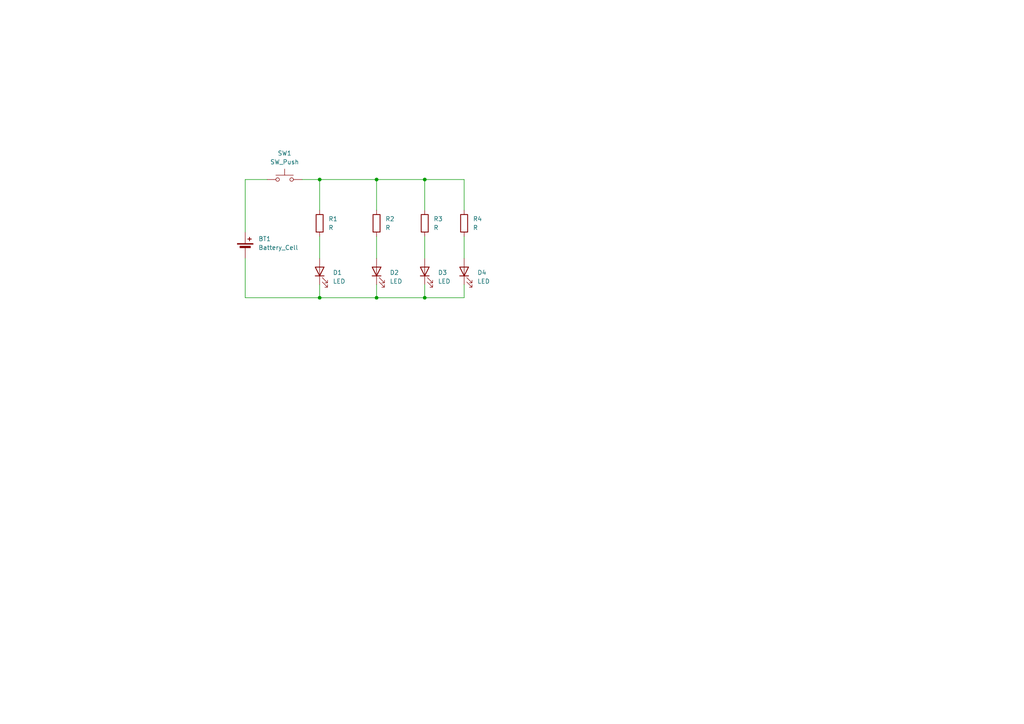
<source format=kicad_sch>
(kicad_sch
	(version 20250114)
	(generator "eeschema")
	(generator_version "9.0")
	(uuid "892289d4-b66b-4d48-a29d-692cb9c648ed")
	(paper "A4")
	(lib_symbols
		(symbol "Device:Battery_Cell"
			(pin_numbers
				(hide yes)
			)
			(pin_names
				(offset 0)
				(hide yes)
			)
			(exclude_from_sim no)
			(in_bom yes)
			(on_board yes)
			(property "Reference" "BT"
				(at 2.54 2.54 0)
				(effects
					(font
						(size 1.27 1.27)
					)
					(justify left)
				)
			)
			(property "Value" "Battery_Cell"
				(at 2.54 0 0)
				(effects
					(font
						(size 1.27 1.27)
					)
					(justify left)
				)
			)
			(property "Footprint" ""
				(at 0 1.524 90)
				(effects
					(font
						(size 1.27 1.27)
					)
					(hide yes)
				)
			)
			(property "Datasheet" "~"
				(at 0 1.524 90)
				(effects
					(font
						(size 1.27 1.27)
					)
					(hide yes)
				)
			)
			(property "Description" "Single-cell battery"
				(at 0 0 0)
				(effects
					(font
						(size 1.27 1.27)
					)
					(hide yes)
				)
			)
			(property "ki_keywords" "battery cell"
				(at 0 0 0)
				(effects
					(font
						(size 1.27 1.27)
					)
					(hide yes)
				)
			)
			(symbol "Battery_Cell_0_1"
				(rectangle
					(start -2.286 1.778)
					(end 2.286 1.524)
					(stroke
						(width 0)
						(type default)
					)
					(fill
						(type outline)
					)
				)
				(rectangle
					(start -1.524 1.016)
					(end 1.524 0.508)
					(stroke
						(width 0)
						(type default)
					)
					(fill
						(type outline)
					)
				)
				(polyline
					(pts
						(xy 0 1.778) (xy 0 2.54)
					)
					(stroke
						(width 0)
						(type default)
					)
					(fill
						(type none)
					)
				)
				(polyline
					(pts
						(xy 0 0.762) (xy 0 0)
					)
					(stroke
						(width 0)
						(type default)
					)
					(fill
						(type none)
					)
				)
				(polyline
					(pts
						(xy 0.762 3.048) (xy 1.778 3.048)
					)
					(stroke
						(width 0.254)
						(type default)
					)
					(fill
						(type none)
					)
				)
				(polyline
					(pts
						(xy 1.27 3.556) (xy 1.27 2.54)
					)
					(stroke
						(width 0.254)
						(type default)
					)
					(fill
						(type none)
					)
				)
			)
			(symbol "Battery_Cell_1_1"
				(pin passive line
					(at 0 5.08 270)
					(length 2.54)
					(name "+"
						(effects
							(font
								(size 1.27 1.27)
							)
						)
					)
					(number "1"
						(effects
							(font
								(size 1.27 1.27)
							)
						)
					)
				)
				(pin passive line
					(at 0 -2.54 90)
					(length 2.54)
					(name "-"
						(effects
							(font
								(size 1.27 1.27)
							)
						)
					)
					(number "2"
						(effects
							(font
								(size 1.27 1.27)
							)
						)
					)
				)
			)
			(embedded_fonts no)
		)
		(symbol "Device:LED"
			(pin_numbers
				(hide yes)
			)
			(pin_names
				(offset 1.016)
				(hide yes)
			)
			(exclude_from_sim no)
			(in_bom yes)
			(on_board yes)
			(property "Reference" "D"
				(at 0 2.54 0)
				(effects
					(font
						(size 1.27 1.27)
					)
				)
			)
			(property "Value" "LED"
				(at 0 -2.54 0)
				(effects
					(font
						(size 1.27 1.27)
					)
				)
			)
			(property "Footprint" ""
				(at 0 0 0)
				(effects
					(font
						(size 1.27 1.27)
					)
					(hide yes)
				)
			)
			(property "Datasheet" "~"
				(at 0 0 0)
				(effects
					(font
						(size 1.27 1.27)
					)
					(hide yes)
				)
			)
			(property "Description" "Light emitting diode"
				(at 0 0 0)
				(effects
					(font
						(size 1.27 1.27)
					)
					(hide yes)
				)
			)
			(property "Sim.Pins" "1=K 2=A"
				(at 0 0 0)
				(effects
					(font
						(size 1.27 1.27)
					)
					(hide yes)
				)
			)
			(property "ki_keywords" "LED diode"
				(at 0 0 0)
				(effects
					(font
						(size 1.27 1.27)
					)
					(hide yes)
				)
			)
			(property "ki_fp_filters" "LED* LED_SMD:* LED_THT:*"
				(at 0 0 0)
				(effects
					(font
						(size 1.27 1.27)
					)
					(hide yes)
				)
			)
			(symbol "LED_0_1"
				(polyline
					(pts
						(xy -3.048 -0.762) (xy -4.572 -2.286) (xy -3.81 -2.286) (xy -4.572 -2.286) (xy -4.572 -1.524)
					)
					(stroke
						(width 0)
						(type default)
					)
					(fill
						(type none)
					)
				)
				(polyline
					(pts
						(xy -1.778 -0.762) (xy -3.302 -2.286) (xy -2.54 -2.286) (xy -3.302 -2.286) (xy -3.302 -1.524)
					)
					(stroke
						(width 0)
						(type default)
					)
					(fill
						(type none)
					)
				)
				(polyline
					(pts
						(xy -1.27 0) (xy 1.27 0)
					)
					(stroke
						(width 0)
						(type default)
					)
					(fill
						(type none)
					)
				)
				(polyline
					(pts
						(xy -1.27 -1.27) (xy -1.27 1.27)
					)
					(stroke
						(width 0.254)
						(type default)
					)
					(fill
						(type none)
					)
				)
				(polyline
					(pts
						(xy 1.27 -1.27) (xy 1.27 1.27) (xy -1.27 0) (xy 1.27 -1.27)
					)
					(stroke
						(width 0.254)
						(type default)
					)
					(fill
						(type none)
					)
				)
			)
			(symbol "LED_1_1"
				(pin passive line
					(at -3.81 0 0)
					(length 2.54)
					(name "K"
						(effects
							(font
								(size 1.27 1.27)
							)
						)
					)
					(number "1"
						(effects
							(font
								(size 1.27 1.27)
							)
						)
					)
				)
				(pin passive line
					(at 3.81 0 180)
					(length 2.54)
					(name "A"
						(effects
							(font
								(size 1.27 1.27)
							)
						)
					)
					(number "2"
						(effects
							(font
								(size 1.27 1.27)
							)
						)
					)
				)
			)
			(embedded_fonts no)
		)
		(symbol "Device:R"
			(pin_numbers
				(hide yes)
			)
			(pin_names
				(offset 0)
			)
			(exclude_from_sim no)
			(in_bom yes)
			(on_board yes)
			(property "Reference" "R"
				(at 2.032 0 90)
				(effects
					(font
						(size 1.27 1.27)
					)
				)
			)
			(property "Value" "R"
				(at 0 0 90)
				(effects
					(font
						(size 1.27 1.27)
					)
				)
			)
			(property "Footprint" ""
				(at -1.778 0 90)
				(effects
					(font
						(size 1.27 1.27)
					)
					(hide yes)
				)
			)
			(property "Datasheet" "~"
				(at 0 0 0)
				(effects
					(font
						(size 1.27 1.27)
					)
					(hide yes)
				)
			)
			(property "Description" "Resistor"
				(at 0 0 0)
				(effects
					(font
						(size 1.27 1.27)
					)
					(hide yes)
				)
			)
			(property "ki_keywords" "R res resistor"
				(at 0 0 0)
				(effects
					(font
						(size 1.27 1.27)
					)
					(hide yes)
				)
			)
			(property "ki_fp_filters" "R_*"
				(at 0 0 0)
				(effects
					(font
						(size 1.27 1.27)
					)
					(hide yes)
				)
			)
			(symbol "R_0_1"
				(rectangle
					(start -1.016 -2.54)
					(end 1.016 2.54)
					(stroke
						(width 0.254)
						(type default)
					)
					(fill
						(type none)
					)
				)
			)
			(symbol "R_1_1"
				(pin passive line
					(at 0 3.81 270)
					(length 1.27)
					(name "~"
						(effects
							(font
								(size 1.27 1.27)
							)
						)
					)
					(number "1"
						(effects
							(font
								(size 1.27 1.27)
							)
						)
					)
				)
				(pin passive line
					(at 0 -3.81 90)
					(length 1.27)
					(name "~"
						(effects
							(font
								(size 1.27 1.27)
							)
						)
					)
					(number "2"
						(effects
							(font
								(size 1.27 1.27)
							)
						)
					)
				)
			)
			(embedded_fonts no)
		)
		(symbol "Switch:SW_Push"
			(pin_numbers
				(hide yes)
			)
			(pin_names
				(offset 1.016)
				(hide yes)
			)
			(exclude_from_sim no)
			(in_bom yes)
			(on_board yes)
			(property "Reference" "SW"
				(at 1.27 2.54 0)
				(effects
					(font
						(size 1.27 1.27)
					)
					(justify left)
				)
			)
			(property "Value" "SW_Push"
				(at 0 -1.524 0)
				(effects
					(font
						(size 1.27 1.27)
					)
				)
			)
			(property "Footprint" ""
				(at 0 5.08 0)
				(effects
					(font
						(size 1.27 1.27)
					)
					(hide yes)
				)
			)
			(property "Datasheet" "~"
				(at 0 5.08 0)
				(effects
					(font
						(size 1.27 1.27)
					)
					(hide yes)
				)
			)
			(property "Description" "Push button switch, generic, two pins"
				(at 0 0 0)
				(effects
					(font
						(size 1.27 1.27)
					)
					(hide yes)
				)
			)
			(property "ki_keywords" "switch normally-open pushbutton push-button"
				(at 0 0 0)
				(effects
					(font
						(size 1.27 1.27)
					)
					(hide yes)
				)
			)
			(symbol "SW_Push_0_1"
				(circle
					(center -2.032 0)
					(radius 0.508)
					(stroke
						(width 0)
						(type default)
					)
					(fill
						(type none)
					)
				)
				(polyline
					(pts
						(xy 0 1.27) (xy 0 3.048)
					)
					(stroke
						(width 0)
						(type default)
					)
					(fill
						(type none)
					)
				)
				(circle
					(center 2.032 0)
					(radius 0.508)
					(stroke
						(width 0)
						(type default)
					)
					(fill
						(type none)
					)
				)
				(polyline
					(pts
						(xy 2.54 1.27) (xy -2.54 1.27)
					)
					(stroke
						(width 0)
						(type default)
					)
					(fill
						(type none)
					)
				)
				(pin passive line
					(at -5.08 0 0)
					(length 2.54)
					(name "1"
						(effects
							(font
								(size 1.27 1.27)
							)
						)
					)
					(number "1"
						(effects
							(font
								(size 1.27 1.27)
							)
						)
					)
				)
				(pin passive line
					(at 5.08 0 180)
					(length 2.54)
					(name "2"
						(effects
							(font
								(size 1.27 1.27)
							)
						)
					)
					(number "2"
						(effects
							(font
								(size 1.27 1.27)
							)
						)
					)
				)
			)
			(embedded_fonts no)
		)
	)
	(junction
		(at 92.71 86.36)
		(diameter 0)
		(color 0 0 0 0)
		(uuid "38c08482-e6d6-4161-8f76-29f791b47479")
	)
	(junction
		(at 109.22 86.36)
		(diameter 0)
		(color 0 0 0 0)
		(uuid "40c0a683-e87f-4454-bb67-9896547b7b28")
	)
	(junction
		(at 92.71 52.07)
		(diameter 0)
		(color 0 0 0 0)
		(uuid "6d00fe5b-9581-493b-afdb-9380730e8f63")
	)
	(junction
		(at 109.22 52.07)
		(diameter 0)
		(color 0 0 0 0)
		(uuid "6fdb257f-2b64-412f-bfa7-99f6513ae9e7")
	)
	(junction
		(at 123.19 52.07)
		(diameter 0)
		(color 0 0 0 0)
		(uuid "bbd4dae9-b46e-4ef1-bbd9-9de97579683b")
	)
	(junction
		(at 123.19 86.36)
		(diameter 0)
		(color 0 0 0 0)
		(uuid "d12f534a-a9b3-4d93-baac-5bff8f9fefe8")
	)
	(wire
		(pts
			(xy 71.12 52.07) (xy 77.47 52.07)
		)
		(stroke
			(width 0)
			(type default)
		)
		(uuid "0b60a27d-a119-490c-b01f-6421f16be479")
	)
	(wire
		(pts
			(xy 109.22 86.36) (xy 123.19 86.36)
		)
		(stroke
			(width 0)
			(type default)
		)
		(uuid "213e2417-8aef-414e-ba67-fc5954c23c17")
	)
	(wire
		(pts
			(xy 134.62 52.07) (xy 134.62 60.96)
		)
		(stroke
			(width 0)
			(type default)
		)
		(uuid "43992196-fe49-4ffc-b4dc-dce1033541a5")
	)
	(wire
		(pts
			(xy 92.71 68.58) (xy 92.71 74.93)
		)
		(stroke
			(width 0)
			(type default)
		)
		(uuid "5365b53b-c199-4a7e-be77-1cbf326a5f3b")
	)
	(wire
		(pts
			(xy 71.12 86.36) (xy 71.12 74.93)
		)
		(stroke
			(width 0)
			(type default)
		)
		(uuid "60bb5618-891b-4e59-8859-d2c8a1842631")
	)
	(wire
		(pts
			(xy 123.19 52.07) (xy 134.62 52.07)
		)
		(stroke
			(width 0)
			(type default)
		)
		(uuid "6433a008-93b9-4818-9d0c-2834f243ec46")
	)
	(wire
		(pts
			(xy 71.12 67.31) (xy 71.12 52.07)
		)
		(stroke
			(width 0)
			(type default)
		)
		(uuid "66b6f3b7-c0d5-4af2-b844-0a0814858407")
	)
	(wire
		(pts
			(xy 134.62 82.55) (xy 134.62 86.36)
		)
		(stroke
			(width 0)
			(type default)
		)
		(uuid "6d5abd46-d1e3-45d2-a651-cb3a1bd76c41")
	)
	(wire
		(pts
			(xy 109.22 82.55) (xy 109.22 86.36)
		)
		(stroke
			(width 0)
			(type default)
		)
		(uuid "7009b01d-3e2c-484e-b386-3ec6e8a166fc")
	)
	(wire
		(pts
			(xy 134.62 68.58) (xy 134.62 74.93)
		)
		(stroke
			(width 0)
			(type default)
		)
		(uuid "7775b3bd-cd28-41b2-8407-a46519534a9e")
	)
	(wire
		(pts
			(xy 123.19 86.36) (xy 134.62 86.36)
		)
		(stroke
			(width 0)
			(type default)
		)
		(uuid "78efcb5c-b696-4b10-ae05-f39d4ec11be4")
	)
	(wire
		(pts
			(xy 123.19 52.07) (xy 123.19 60.96)
		)
		(stroke
			(width 0)
			(type default)
		)
		(uuid "7bb2eb2f-f145-46b6-93d8-7d3823e6d472")
	)
	(wire
		(pts
			(xy 123.19 68.58) (xy 123.19 74.93)
		)
		(stroke
			(width 0)
			(type default)
		)
		(uuid "7d44f5a6-9f7a-4891-9d74-715f849493ee")
	)
	(wire
		(pts
			(xy 109.22 52.07) (xy 123.19 52.07)
		)
		(stroke
			(width 0)
			(type default)
		)
		(uuid "94a4061c-94ff-45e1-93b5-fcc59572e92e")
	)
	(wire
		(pts
			(xy 123.19 82.55) (xy 123.19 86.36)
		)
		(stroke
			(width 0)
			(type default)
		)
		(uuid "9b8f8273-e3a0-4358-a791-d9e13cb3ae59")
	)
	(wire
		(pts
			(xy 92.71 52.07) (xy 92.71 60.96)
		)
		(stroke
			(width 0)
			(type default)
		)
		(uuid "a2266d81-fc72-418a-a746-b17c2abc8ec4")
	)
	(wire
		(pts
			(xy 87.63 52.07) (xy 92.71 52.07)
		)
		(stroke
			(width 0)
			(type default)
		)
		(uuid "c75ff522-09e8-4b23-9b5b-7d853822afae")
	)
	(wire
		(pts
			(xy 92.71 52.07) (xy 109.22 52.07)
		)
		(stroke
			(width 0)
			(type default)
		)
		(uuid "c78b9fc1-bf15-4ee7-bc15-add3d6932304")
	)
	(wire
		(pts
			(xy 109.22 68.58) (xy 109.22 74.93)
		)
		(stroke
			(width 0)
			(type default)
		)
		(uuid "d01e8af9-d72d-49d7-a809-f8d18a8bede6")
	)
	(wire
		(pts
			(xy 109.22 86.36) (xy 92.71 86.36)
		)
		(stroke
			(width 0)
			(type default)
		)
		(uuid "d467d546-34cf-4de5-9be1-e237e894bc42")
	)
	(wire
		(pts
			(xy 109.22 52.07) (xy 109.22 60.96)
		)
		(stroke
			(width 0)
			(type default)
		)
		(uuid "f23e415b-8320-4973-929e-42baeb259cf8")
	)
	(wire
		(pts
			(xy 92.71 86.36) (xy 71.12 86.36)
		)
		(stroke
			(width 0)
			(type default)
		)
		(uuid "fb4e4cc9-81e6-489e-a9d7-020b04251aa2")
	)
	(wire
		(pts
			(xy 92.71 82.55) (xy 92.71 86.36)
		)
		(stroke
			(width 0)
			(type default)
		)
		(uuid "ff918817-31cc-43a1-8f01-b3e2c7fd32d0")
	)
	(symbol
		(lib_id "Device:R")
		(at 92.71 64.77 0)
		(unit 1)
		(exclude_from_sim no)
		(in_bom yes)
		(on_board yes)
		(dnp no)
		(fields_autoplaced yes)
		(uuid "1aa87307-ea53-46dc-b4c4-e9fcad78b289")
		(property "Reference" "R1"
			(at 95.25 63.4999 0)
			(effects
				(font
					(size 1.27 1.27)
				)
				(justify left)
			)
		)
		(property "Value" "R"
			(at 95.25 66.0399 0)
			(effects
				(font
					(size 1.27 1.27)
				)
				(justify left)
			)
		)
		(property "Footprint" "Resistor_THT:R_Axial_DIN0207_L6.3mm_D2.5mm_P7.62mm_Horizontal"
			(at 90.932 64.77 90)
			(effects
				(font
					(size 1.27 1.27)
				)
				(hide yes)
			)
		)
		(property "Datasheet" "~"
			(at 92.71 64.77 0)
			(effects
				(font
					(size 1.27 1.27)
				)
				(hide yes)
			)
		)
		(property "Description" "Resistor"
			(at 92.71 64.77 0)
			(effects
				(font
					(size 1.27 1.27)
				)
				(hide yes)
			)
		)
		(pin "1"
			(uuid "c6245183-4405-446e-bab0-728a696cbe15")
		)
		(pin "2"
			(uuid "983976b7-caf3-404f-9083-946958d5e787")
		)
		(instances
			(project ""
				(path "/892289d4-b66b-4d48-a29d-692cb9c648ed"
					(reference "R1")
					(unit 1)
				)
			)
		)
	)
	(symbol
		(lib_id "Device:LED")
		(at 109.22 78.74 90)
		(unit 1)
		(exclude_from_sim no)
		(in_bom yes)
		(on_board yes)
		(dnp no)
		(fields_autoplaced yes)
		(uuid "22444331-2640-4163-97e4-8bf7daa66d02")
		(property "Reference" "D2"
			(at 113.03 79.0574 90)
			(effects
				(font
					(size 1.27 1.27)
				)
				(justify right)
			)
		)
		(property "Value" "LED"
			(at 113.03 81.5974 90)
			(effects
				(font
					(size 1.27 1.27)
				)
				(justify right)
			)
		)
		(property "Footprint" "LED_THT:LED_D5.0mm"
			(at 109.22 78.74 0)
			(effects
				(font
					(size 1.27 1.27)
				)
				(hide yes)
			)
		)
		(property "Datasheet" "~"
			(at 109.22 78.74 0)
			(effects
				(font
					(size 1.27 1.27)
				)
				(hide yes)
			)
		)
		(property "Description" "Light emitting diode"
			(at 109.22 78.74 0)
			(effects
				(font
					(size 1.27 1.27)
				)
				(hide yes)
			)
		)
		(property "Sim.Pins" "1=K 2=A"
			(at 109.22 78.74 0)
			(effects
				(font
					(size 1.27 1.27)
				)
				(hide yes)
			)
		)
		(pin "2"
			(uuid "c024a7a4-c9d8-42ec-a2bd-c758233ccc4e")
		)
		(pin "1"
			(uuid "b438381c-2159-4e15-b469-15ae8da7ea1f")
		)
		(instances
			(project "frog"
				(path "/892289d4-b66b-4d48-a29d-692cb9c648ed"
					(reference "D2")
					(unit 1)
				)
			)
		)
	)
	(symbol
		(lib_id "Device:LED")
		(at 134.62 78.74 90)
		(unit 1)
		(exclude_from_sim no)
		(in_bom yes)
		(on_board yes)
		(dnp no)
		(fields_autoplaced yes)
		(uuid "34f4907d-a7ba-4c4a-86ec-37292007ff3d")
		(property "Reference" "D4"
			(at 138.43 79.0574 90)
			(effects
				(font
					(size 1.27 1.27)
				)
				(justify right)
			)
		)
		(property "Value" "LED"
			(at 138.43 81.5974 90)
			(effects
				(font
					(size 1.27 1.27)
				)
				(justify right)
			)
		)
		(property "Footprint" "LED_THT:LED_D5.0mm"
			(at 134.62 78.74 0)
			(effects
				(font
					(size 1.27 1.27)
				)
				(hide yes)
			)
		)
		(property "Datasheet" "~"
			(at 134.62 78.74 0)
			(effects
				(font
					(size 1.27 1.27)
				)
				(hide yes)
			)
		)
		(property "Description" "Light emitting diode"
			(at 134.62 78.74 0)
			(effects
				(font
					(size 1.27 1.27)
				)
				(hide yes)
			)
		)
		(property "Sim.Pins" "1=K 2=A"
			(at 134.62 78.74 0)
			(effects
				(font
					(size 1.27 1.27)
				)
				(hide yes)
			)
		)
		(pin "2"
			(uuid "06fc3edc-ab1d-4597-87ea-b6d903abfe27")
		)
		(pin "1"
			(uuid "aae74411-67d0-46a3-a490-c36e6eaa2ac8")
		)
		(instances
			(project "frog"
				(path "/892289d4-b66b-4d48-a29d-692cb9c648ed"
					(reference "D4")
					(unit 1)
				)
			)
		)
	)
	(symbol
		(lib_id "Device:LED")
		(at 123.19 78.74 90)
		(unit 1)
		(exclude_from_sim no)
		(in_bom yes)
		(on_board yes)
		(dnp no)
		(fields_autoplaced yes)
		(uuid "361bc575-40ef-4a10-b31b-7353411a2641")
		(property "Reference" "D3"
			(at 127 79.0574 90)
			(effects
				(font
					(size 1.27 1.27)
				)
				(justify right)
			)
		)
		(property "Value" "LED"
			(at 127 81.5974 90)
			(effects
				(font
					(size 1.27 1.27)
				)
				(justify right)
			)
		)
		(property "Footprint" "LED_THT:LED_D5.0mm"
			(at 123.19 78.74 0)
			(effects
				(font
					(size 1.27 1.27)
				)
				(hide yes)
			)
		)
		(property "Datasheet" "~"
			(at 123.19 78.74 0)
			(effects
				(font
					(size 1.27 1.27)
				)
				(hide yes)
			)
		)
		(property "Description" "Light emitting diode"
			(at 123.19 78.74 0)
			(effects
				(font
					(size 1.27 1.27)
				)
				(hide yes)
			)
		)
		(property "Sim.Pins" "1=K 2=A"
			(at 123.19 78.74 0)
			(effects
				(font
					(size 1.27 1.27)
				)
				(hide yes)
			)
		)
		(pin "2"
			(uuid "c7f60546-e6a5-4a99-8e09-f95f0edc6798")
		)
		(pin "1"
			(uuid "11c677ff-837b-41db-b42c-7b88bcfe7755")
		)
		(instances
			(project "frog"
				(path "/892289d4-b66b-4d48-a29d-692cb9c648ed"
					(reference "D3")
					(unit 1)
				)
			)
		)
	)
	(symbol
		(lib_id "Device:R")
		(at 109.22 64.77 0)
		(unit 1)
		(exclude_from_sim no)
		(in_bom yes)
		(on_board yes)
		(dnp no)
		(fields_autoplaced yes)
		(uuid "375f45ab-e40e-4175-b19b-f578cc80dbd3")
		(property "Reference" "R2"
			(at 111.76 63.4999 0)
			(effects
				(font
					(size 1.27 1.27)
				)
				(justify left)
			)
		)
		(property "Value" "R"
			(at 111.76 66.0399 0)
			(effects
				(font
					(size 1.27 1.27)
				)
				(justify left)
			)
		)
		(property "Footprint" "Resistor_THT:R_Axial_DIN0207_L6.3mm_D2.5mm_P7.62mm_Horizontal"
			(at 107.442 64.77 90)
			(effects
				(font
					(size 1.27 1.27)
				)
				(hide yes)
			)
		)
		(property "Datasheet" "~"
			(at 109.22 64.77 0)
			(effects
				(font
					(size 1.27 1.27)
				)
				(hide yes)
			)
		)
		(property "Description" "Resistor"
			(at 109.22 64.77 0)
			(effects
				(font
					(size 1.27 1.27)
				)
				(hide yes)
			)
		)
		(pin "1"
			(uuid "01e172d4-7b96-4c9a-a315-aa8d07f86893")
		)
		(pin "2"
			(uuid "69b2faab-5d1c-46d5-ad1b-a7f8e77309ba")
		)
		(instances
			(project "frog"
				(path "/892289d4-b66b-4d48-a29d-692cb9c648ed"
					(reference "R2")
					(unit 1)
				)
			)
		)
	)
	(symbol
		(lib_id "Device:LED")
		(at 92.71 78.74 90)
		(unit 1)
		(exclude_from_sim no)
		(in_bom yes)
		(on_board yes)
		(dnp no)
		(fields_autoplaced yes)
		(uuid "39d01598-3f46-453e-ba0c-a525ce13291f")
		(property "Reference" "D1"
			(at 96.52 79.0574 90)
			(effects
				(font
					(size 1.27 1.27)
				)
				(justify right)
			)
		)
		(property "Value" "LED"
			(at 96.52 81.5974 90)
			(effects
				(font
					(size 1.27 1.27)
				)
				(justify right)
			)
		)
		(property "Footprint" "LED_THT:LED_D5.0mm"
			(at 92.71 78.74 0)
			(effects
				(font
					(size 1.27 1.27)
				)
				(hide yes)
			)
		)
		(property "Datasheet" "~"
			(at 92.71 78.74 0)
			(effects
				(font
					(size 1.27 1.27)
				)
				(hide yes)
			)
		)
		(property "Description" "Light emitting diode"
			(at 92.71 78.74 0)
			(effects
				(font
					(size 1.27 1.27)
				)
				(hide yes)
			)
		)
		(property "Sim.Pins" "1=K 2=A"
			(at 92.71 78.74 0)
			(effects
				(font
					(size 1.27 1.27)
				)
				(hide yes)
			)
		)
		(pin "2"
			(uuid "9d02f821-0507-4a85-a086-f640a1f608a6")
		)
		(pin "1"
			(uuid "b3209332-ee4e-439c-89be-6994b3b17229")
		)
		(instances
			(project ""
				(path "/892289d4-b66b-4d48-a29d-692cb9c648ed"
					(reference "D1")
					(unit 1)
				)
			)
		)
	)
	(symbol
		(lib_id "Device:Battery_Cell")
		(at 71.12 72.39 0)
		(unit 1)
		(exclude_from_sim no)
		(in_bom yes)
		(on_board yes)
		(dnp no)
		(fields_autoplaced yes)
		(uuid "57bde7ec-aeae-4cc8-8485-36c078541dae")
		(property "Reference" "BT1"
			(at 74.93 69.2784 0)
			(effects
				(font
					(size 1.27 1.27)
				)
				(justify left)
			)
		)
		(property "Value" "Battery_Cell"
			(at 74.93 71.8184 0)
			(effects
				(font
					(size 1.27 1.27)
				)
				(justify left)
			)
		)
		(property "Footprint" "Battery:BatteryHolder_Keystone_3034_1x20mm"
			(at 71.12 70.866 90)
			(effects
				(font
					(size 1.27 1.27)
				)
				(hide yes)
			)
		)
		(property "Datasheet" "~"
			(at 71.12 70.866 90)
			(effects
				(font
					(size 1.27 1.27)
				)
				(hide yes)
			)
		)
		(property "Description" "Single-cell battery"
			(at 71.12 72.39 0)
			(effects
				(font
					(size 1.27 1.27)
				)
				(hide yes)
			)
		)
		(pin "1"
			(uuid "7b579d67-b790-49a2-9b13-e8813f623448")
		)
		(pin "2"
			(uuid "12091f5c-1240-44b2-a906-31ff2583e03a")
		)
		(instances
			(project ""
				(path "/892289d4-b66b-4d48-a29d-692cb9c648ed"
					(reference "BT1")
					(unit 1)
				)
			)
		)
	)
	(symbol
		(lib_id "Device:R")
		(at 134.62 64.77 0)
		(unit 1)
		(exclude_from_sim no)
		(in_bom yes)
		(on_board yes)
		(dnp no)
		(fields_autoplaced yes)
		(uuid "b17ee8c9-152f-4dc0-bb7c-d7ce59e22ccb")
		(property "Reference" "R4"
			(at 137.16 63.4999 0)
			(effects
				(font
					(size 1.27 1.27)
				)
				(justify left)
			)
		)
		(property "Value" "R"
			(at 137.16 66.0399 0)
			(effects
				(font
					(size 1.27 1.27)
				)
				(justify left)
			)
		)
		(property "Footprint" "Resistor_THT:R_Axial_DIN0207_L6.3mm_D2.5mm_P7.62mm_Horizontal"
			(at 132.842 64.77 90)
			(effects
				(font
					(size 1.27 1.27)
				)
				(hide yes)
			)
		)
		(property "Datasheet" "~"
			(at 134.62 64.77 0)
			(effects
				(font
					(size 1.27 1.27)
				)
				(hide yes)
			)
		)
		(property "Description" "Resistor"
			(at 134.62 64.77 0)
			(effects
				(font
					(size 1.27 1.27)
				)
				(hide yes)
			)
		)
		(pin "1"
			(uuid "73c9a247-98c5-4660-ab59-41f8eef4a2bb")
		)
		(pin "2"
			(uuid "e65d770b-bdd9-4a7a-b197-1301d159b6e8")
		)
		(instances
			(project "frog"
				(path "/892289d4-b66b-4d48-a29d-692cb9c648ed"
					(reference "R4")
					(unit 1)
				)
			)
		)
	)
	(symbol
		(lib_id "Switch:SW_Push")
		(at 82.55 52.07 0)
		(unit 1)
		(exclude_from_sim no)
		(in_bom yes)
		(on_board yes)
		(dnp no)
		(uuid "ba13997e-5089-4727-9485-1e18da77b8e5")
		(property "Reference" "SW1"
			(at 82.55 44.45 0)
			(effects
				(font
					(size 1.27 1.27)
				)
			)
		)
		(property "Value" "SW_Push"
			(at 82.55 46.99 0)
			(effects
				(font
					(size 1.27 1.27)
				)
			)
		)
		(property "Footprint" "Button_Switch_THT:SW_PUSH_6mm"
			(at 82.55 46.99 0)
			(effects
				(font
					(size 1.27 1.27)
				)
				(hide yes)
			)
		)
		(property "Datasheet" "~"
			(at 82.55 46.99 0)
			(effects
				(font
					(size 1.27 1.27)
				)
				(hide yes)
			)
		)
		(property "Description" "Push button switch, generic, two pins"
			(at 82.55 52.07 0)
			(effects
				(font
					(size 1.27 1.27)
				)
				(hide yes)
			)
		)
		(pin "1"
			(uuid "4020218f-6c2a-4f27-a7cc-eba7a6359d7d")
		)
		(pin "2"
			(uuid "f93d1d35-5312-45e1-8d87-300bc25a0a64")
		)
		(instances
			(project ""
				(path "/892289d4-b66b-4d48-a29d-692cb9c648ed"
					(reference "SW1")
					(unit 1)
				)
			)
		)
	)
	(symbol
		(lib_id "Device:R")
		(at 123.19 64.77 0)
		(unit 1)
		(exclude_from_sim no)
		(in_bom yes)
		(on_board yes)
		(dnp no)
		(fields_autoplaced yes)
		(uuid "dedd6f38-f076-4c33-9044-c7472ca495b2")
		(property "Reference" "R3"
			(at 125.73 63.4999 0)
			(effects
				(font
					(size 1.27 1.27)
				)
				(justify left)
			)
		)
		(property "Value" "R"
			(at 125.73 66.0399 0)
			(effects
				(font
					(size 1.27 1.27)
				)
				(justify left)
			)
		)
		(property "Footprint" "Resistor_THT:R_Axial_DIN0207_L6.3mm_D2.5mm_P7.62mm_Horizontal"
			(at 121.412 64.77 90)
			(effects
				(font
					(size 1.27 1.27)
				)
				(hide yes)
			)
		)
		(property "Datasheet" "~"
			(at 123.19 64.77 0)
			(effects
				(font
					(size 1.27 1.27)
				)
				(hide yes)
			)
		)
		(property "Description" "Resistor"
			(at 123.19 64.77 0)
			(effects
				(font
					(size 1.27 1.27)
				)
				(hide yes)
			)
		)
		(pin "1"
			(uuid "88ef7819-1865-4018-9f49-c6d9bf927974")
		)
		(pin "2"
			(uuid "7e0de805-ae1c-42f5-9fd2-8a4af91933b9")
		)
		(instances
			(project "frog"
				(path "/892289d4-b66b-4d48-a29d-692cb9c648ed"
					(reference "R3")
					(unit 1)
				)
			)
		)
	)
	(sheet_instances
		(path "/"
			(page "1")
		)
	)
	(embedded_fonts no)
)

</source>
